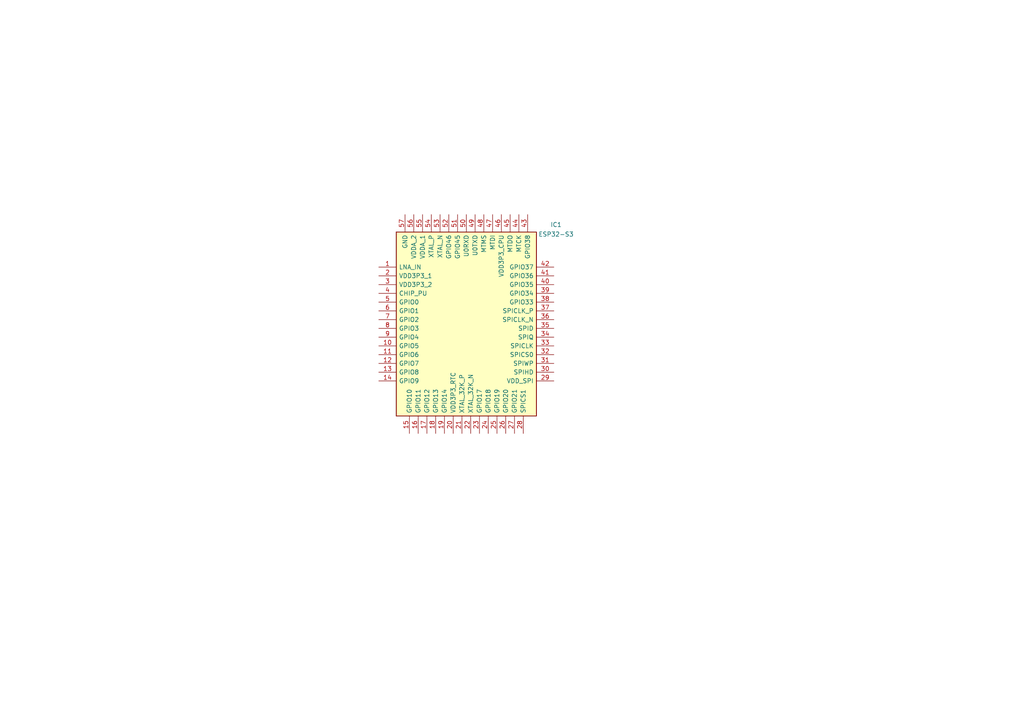
<source format=kicad_sch>
(kicad_sch (version 20211123) (generator eeschema)
  (paper "A4")
  (lib_symbols
    (symbol "S3dev:ESP32-S3" (pin_names (offset 0.762))
      (property "Reference" "IC" (at 21.59 29.21 0))
      (property "Value" "ESP32-S3" (at 21.59 26.67 0))
      (symbol "ESP32-S3_0_0"
        (pin bidirectional line (at -25.4 16.51 0) (length 5.08) (name "LNA_IN") (number "1"))
        (pin bidirectional line (at -25.4 -6.35 0) (length 5.08) (name "GPIO5") (number "10"))
        (pin bidirectional line (at -25.4 -8.89 0) (length 5.08) (name "GPIO6") (number "11"))
        (pin bidirectional line (at -25.4 -11.43 0) (length 5.08) (name "GPIO7") (number "12"))
        (pin bidirectional line (at -25.4 -13.97 0) (length 5.08) (name "GPIO8") (number "13"))
        (pin bidirectional line (at -25.4 -16.51 0) (length 5.08) (name "GPIO9") (number "14"))
        (pin bidirectional line (at -16.51 -31.75 90) (length 5.08) (name "GPIO10") (number "15"))
        (pin bidirectional line (at -13.97 -31.75 90) (length 5.08) (name "GPIO11") (number "16"))
        (pin bidirectional line (at -11.43 -31.75 90) (length 5.08) (name "GPIO12") (number "17"))
        (pin bidirectional line (at -8.89 -31.75 90) (length 5.08) (name "GPIO13") (number "18"))
        (pin bidirectional line (at -6.35 -31.75 90) (length 5.08) (name "GPIO14") (number "19"))
        (pin power_in line (at -25.4 13.97 0) (length 5.08) (name "VDD3P3_1") (number "2"))
        (pin power_in line (at -3.81 -31.75 90) (length 5.08) (name "VDD3P3_RTC") (number "20"))
        (pin bidirectional line (at -1.27 -31.75 90) (length 5.08) (name "XTAL_32K_P") (number "21"))
        (pin bidirectional line (at 1.27 -31.75 90) (length 5.08) (name "XTAL_32K_N") (number "22"))
        (pin bidirectional line (at 3.81 -31.75 90) (length 5.08) (name "GPIO17") (number "23"))
        (pin bidirectional line (at 6.35 -31.75 90) (length 5.08) (name "GPIO18") (number "24"))
        (pin bidirectional line (at 8.89 -31.75 90) (length 5.08) (name "GPIO19") (number "25"))
        (pin bidirectional line (at 11.43 -31.75 90) (length 5.08) (name "GPIO20") (number "26"))
        (pin bidirectional line (at 13.97 -31.75 90) (length 5.08) (name "GPIO21") (number "27"))
        (pin bidirectional line (at 16.51 -31.75 90) (length 5.08) (name "SPICS1") (number "28"))
        (pin power_out line (at 25.4 -16.51 180) (length 5.08) (name "VDD_SPI") (number "29"))
        (pin power_in line (at -25.4 11.43 0) (length 5.08) (name "VDD3P3_2") (number "3"))
        (pin bidirectional line (at 25.4 -13.97 180) (length 5.08) (name "SPIHD") (number "30"))
        (pin bidirectional line (at 25.4 -11.43 180) (length 5.08) (name "SPIWP") (number "31"))
        (pin bidirectional line (at 25.4 -8.89 180) (length 5.08) (name "SPICS0") (number "32"))
        (pin bidirectional line (at 25.4 -6.35 180) (length 5.08) (name "SPICLK") (number "33"))
        (pin bidirectional line (at 25.4 -3.81 180) (length 5.08) (name "SPIQ") (number "34"))
        (pin bidirectional line (at 25.4 -1.27 180) (length 5.08) (name "SPID") (number "35"))
        (pin bidirectional line (at 25.4 1.27 180) (length 5.08) (name "SPICLK_N") (number "36"))
        (pin bidirectional line (at 25.4 3.81 180) (length 5.08) (name "SPICLK_P") (number "37"))
        (pin bidirectional line (at 25.4 6.35 180) (length 5.08) (name "GPIO33") (number "38"))
        (pin bidirectional line (at 25.4 8.89 180) (length 5.08) (name "GPIO34") (number "39"))
        (pin input line (at -25.4 8.89 0) (length 5.08) (name "CHIP_PU") (number "4"))
        (pin bidirectional line (at 25.4 11.43 180) (length 5.08) (name "GPIO35") (number "40"))
        (pin bidirectional line (at 25.4 13.97 180) (length 5.08) (name "GPIO36") (number "41"))
        (pin bidirectional line (at 25.4 16.51 180) (length 5.08) (name "GPIO37") (number "42"))
        (pin bidirectional line (at 17.78 31.75 270) (length 5.08) (name "GPIO38") (number "43"))
        (pin bidirectional line (at 15.24 31.75 270) (length 5.08) (name "MTCK") (number "44"))
        (pin bidirectional line (at 12.7 31.75 270) (length 5.08) (name "MTDO") (number "45"))
        (pin power_in line (at 10.16 31.75 270) (length 5.08) (name "VDD3P3_CPU") (number "46"))
        (pin bidirectional line (at 7.62 31.75 270) (length 5.08) (name "MTDI") (number "47"))
        (pin bidirectional line (at 5.08 31.75 270) (length 5.08) (name "MTMS") (number "48"))
        (pin bidirectional line (at 2.54 31.75 270) (length 5.08) (name "U0TXD") (number "49"))
        (pin bidirectional line (at -25.4 6.35 0) (length 5.08) (name "GPIO0") (number "5"))
        (pin bidirectional line (at 0 31.75 270) (length 5.08) (name "U0RXD") (number "50"))
        (pin bidirectional line (at -2.54 31.75 270) (length 5.08) (name "GPIO45") (number "51"))
        (pin passive line (at -5.08 31.75 270) (length 5.08) (name "GPIO46") (number "52"))
        (pin output line (at -7.62 31.75 270) (length 5.08) (name "XTAL_N") (number "53"))
        (pin input line (at -10.16 31.75 270) (length 5.08) (name "XTAL_P") (number "54"))
        (pin power_in line (at -12.7 31.75 270) (length 5.08) (name "VDDA_1") (number "55"))
        (pin power_in line (at -15.24 31.75 270) (length 5.08) (name "VDDA_2") (number "56"))
        (pin power_in line (at -17.78 31.75 270) (length 5.08) (name "GND") (number "57"))
        (pin bidirectional line (at -25.4 3.81 0) (length 5.08) (name "GPIO1") (number "6"))
        (pin bidirectional line (at -25.4 1.27 0) (length 5.08) (name "GPIO2") (number "7"))
        (pin bidirectional line (at -25.4 -1.27 0) (length 5.08) (name "GPIO3") (number "8"))
        (pin bidirectional line (at -25.4 -3.81 0) (length 5.08) (name "GPIO4") (number "9"))
      )
      (symbol "ESP32-S3_0_1"
        (polyline (pts (xy -20.32 26.67) (xy 20.32 26.67) (xy 20.32 -26.67) (xy -20.32 -26.67) (xy -20.32 26.67)) (stroke (width 0.254)) (fill (type background)))
      )
    )
  )
  (symbol (lib_id "S3dev:ESP32-S3") (at 135.255 93.98 0) (unit 1)
    (property "Reference" "IC1" (at 161.29 65.1699 0))
    (property "Value" "ESP32-S3" (at 161.29 67.945 0))
    (property "Footprint" "S3dev:QFN56" (effects hide))
  )
)
</source>
